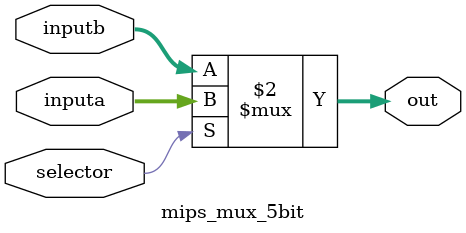
<source format=v>
module mips_mux_5bit(out, selector, inputa, inputb);

output [4:0] out;

input selector;
input [4:0] inputa, inputb;

assign out = selector == 1'b1 ? inputa : inputb;

endmodule
</source>
